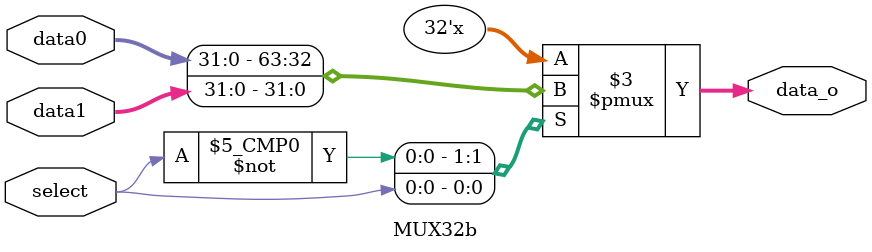
<source format=v>
module MUX32b(
	input [31:0]data0,
	input [31:0]data1,
	input select,
	output reg [31:0]data_o);

initial data_o=0;

always @(data0,data1,select)begin
case(select)
	1'b0:data_o=data0;
	1'b1:data_o=data1;
endcase
end

endmodule 

</source>
